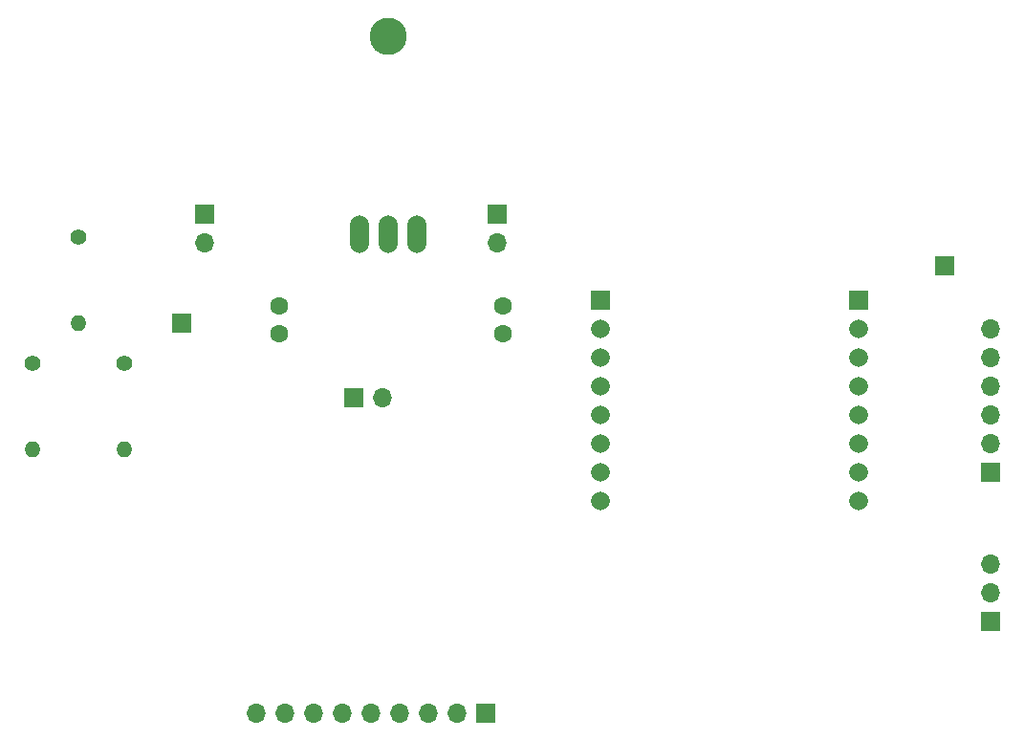
<source format=gbr>
%TF.GenerationSoftware,KiCad,Pcbnew,(5.1.10)-1*%
%TF.CreationDate,2021-11-10T11:22:41-03:00*%
%TF.ProjectId,circuito-cadeado,63697263-7569-4746-9f2d-636164656164,rev?*%
%TF.SameCoordinates,Original*%
%TF.FileFunction,Soldermask,Top*%
%TF.FilePolarity,Negative*%
%FSLAX46Y46*%
G04 Gerber Fmt 4.6, Leading zero omitted, Abs format (unit mm)*
G04 Created by KiCad (PCBNEW (5.1.10)-1) date 2021-11-10 11:22:41*
%MOMM*%
%LPD*%
G01*
G04 APERTURE LIST*
%ADD10C,1.665000*%
%ADD11R,1.665000X1.665000*%
%ADD12C,1.600000*%
%ADD13R,1.700000X1.700000*%
%ADD14O,1.700000X1.700000*%
%ADD15C,1.400000*%
%ADD16O,1.400000X1.400000*%
%ADD17C,3.302000*%
%ADD18O,1.676400X3.352800*%
G04 APERTURE END LIST*
D10*
%TO.C,esp1*%
X164084000Y-101600000D03*
X164084000Y-99060000D03*
X164084000Y-96520000D03*
X164084000Y-93980000D03*
X164084000Y-91440000D03*
X164084000Y-88900000D03*
X164084000Y-86360000D03*
D11*
X164084000Y-83820000D03*
X141224000Y-83820000D03*
D10*
X141224000Y-86360000D03*
X141224000Y-88900000D03*
X141224000Y-91440000D03*
X141224000Y-93980000D03*
X141224000Y-96520000D03*
X141224000Y-99060000D03*
X141224000Y-101600000D03*
%TD*%
D12*
%TO.C,C1*%
X112776000Y-86828000D03*
X112776000Y-84328000D03*
%TD*%
%TO.C,C2*%
X132588000Y-84328000D03*
X132588000Y-86828000D03*
%TD*%
D13*
%TO.C,DivTen1*%
X104140000Y-85852000D03*
%TD*%
%TO.C,Gnd0*%
X119380000Y-92456000D03*
D14*
X121920000Y-92456000D03*
%TD*%
D13*
%TO.C,gravEsp1*%
X175768000Y-99060000D03*
D14*
X175768000Y-96520000D03*
X175768000Y-93980000D03*
X175768000Y-91440000D03*
X175768000Y-88900000D03*
X175768000Y-86360000D03*
%TD*%
D13*
%TO.C,IO0*%
X171704000Y-80772000D03*
%TD*%
%TO.C,mpu6050*%
X131064000Y-120396000D03*
D14*
X128524000Y-120396000D03*
X125984000Y-120396000D03*
X123444000Y-120396000D03*
X120904000Y-120396000D03*
X118364000Y-120396000D03*
X115824000Y-120396000D03*
X113284000Y-120396000D03*
X110744000Y-120396000D03*
%TD*%
D15*
%TO.C,R1*%
X99060000Y-89408000D03*
D16*
X99060000Y-97028000D03*
%TD*%
%TO.C,R2*%
X90932000Y-97028000D03*
D15*
X90932000Y-89408000D03*
%TD*%
%TO.C,R3*%
X94996000Y-78232000D03*
D16*
X94996000Y-85852000D03*
%TD*%
D17*
%TO.C,Reg1*%
X122428000Y-60452000D03*
D18*
X124968000Y-77978000D03*
X122428000Y-77978000D03*
X119888000Y-77978000D03*
%TD*%
D13*
%TO.C,servoM1*%
X175768000Y-112268000D03*
D14*
X175768000Y-109728000D03*
X175768000Y-107188000D03*
%TD*%
%TO.C,Vcc2*%
X106172000Y-78740000D03*
D13*
X106172000Y-76200000D03*
%TD*%
%TO.C,Vcc3*%
X132080000Y-76200000D03*
D14*
X132080000Y-78740000D03*
%TD*%
M02*

</source>
